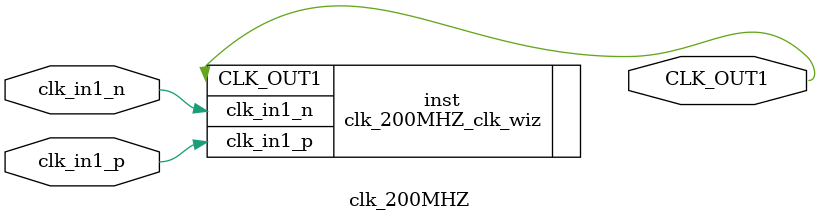
<source format=v>


`timescale 1ps/1ps

(* CORE_GENERATION_INFO = "clk_200MHZ,clk_wiz_v6_0_2_0_0,{component_name=clk_200MHZ,use_phase_alignment=true,use_min_o_jitter=false,use_max_i_jitter=false,use_dyn_phase_shift=false,use_inclk_switchover=false,use_dyn_reconfig=false,enable_axi=0,feedback_source=FDBK_AUTO,PRIMITIVE=MMCM,num_out_clk=1,clkin1_period=5.000,clkin2_period=10.0,use_power_down=false,use_reset=false,use_locked=false,use_inclk_stopped=false,feedback_type=SINGLE,CLOCK_MGR_TYPE=NA,manual_override=false}" *)

module clk_200MHZ 
 (
  // Clock out ports
  output        CLK_OUT1,
 // Clock in ports
  input         clk_in1_p,
  input         clk_in1_n
 );

  clk_200MHZ_clk_wiz inst
  (
  // Clock out ports  
  .CLK_OUT1(CLK_OUT1),
 // Clock in ports
  .clk_in1_p(clk_in1_p),
  .clk_in1_n(clk_in1_n)
  );

endmodule

</source>
